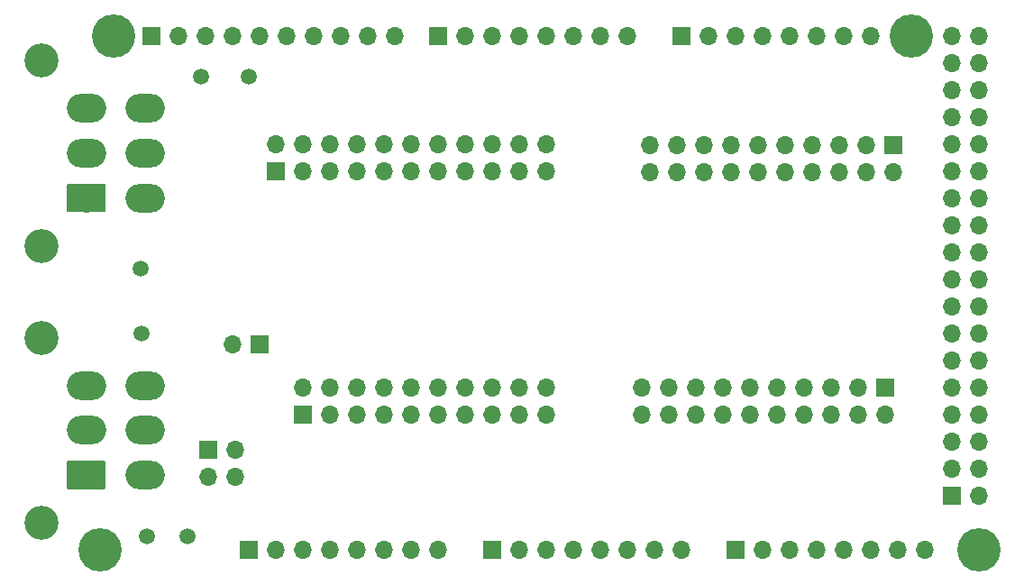
<source format=gbr>
G04 #@! TF.GenerationSoftware,KiCad,Pcbnew,(5.1.4)-1*
G04 #@! TF.CreationDate,2020-11-08T11:56:58-07:00*
G04 #@! TF.ProjectId,ABSIS_Mega,41425349-535f-44d6-9567-612e6b696361,rev?*
G04 #@! TF.SameCoordinates,Original*
G04 #@! TF.FileFunction,Soldermask,Bot*
G04 #@! TF.FilePolarity,Negative*
%FSLAX46Y46*%
G04 Gerber Fmt 4.6, Leading zero omitted, Abs format (unit mm)*
G04 Created by KiCad (PCBNEW (5.1.4)-1) date 2020-11-08 11:56:58*
%MOMM*%
%LPD*%
G04 APERTURE LIST*
%ADD10C,0.100000*%
%ADD11C,2.700000*%
%ADD12O,3.700000X2.700000*%
%ADD13C,3.200000*%
%ADD14C,4.064000*%
%ADD15R,1.700000X1.700000*%
%ADD16O,1.700000X1.700000*%
%ADD17C,1.500000*%
G04 APERTURE END LIST*
D10*
G36*
X117702503Y-84757204D02*
G01*
X117726772Y-84760804D01*
X117750570Y-84766765D01*
X117773670Y-84775030D01*
X117795849Y-84785520D01*
X117816892Y-84798133D01*
X117836598Y-84812748D01*
X117854776Y-84829224D01*
X117871252Y-84847402D01*
X117885867Y-84867108D01*
X117898480Y-84888151D01*
X117908970Y-84910330D01*
X117917235Y-84933430D01*
X117923196Y-84957228D01*
X117926796Y-84981497D01*
X117928000Y-85006001D01*
X117928000Y-87205999D01*
X117926796Y-87230503D01*
X117923196Y-87254772D01*
X117917235Y-87278570D01*
X117908970Y-87301670D01*
X117898480Y-87323849D01*
X117885867Y-87344892D01*
X117871252Y-87364598D01*
X117854776Y-87382776D01*
X117836598Y-87399252D01*
X117816892Y-87413867D01*
X117795849Y-87426480D01*
X117773670Y-87436970D01*
X117750570Y-87445235D01*
X117726772Y-87451196D01*
X117702503Y-87454796D01*
X117677999Y-87456000D01*
X114478001Y-87456000D01*
X114453497Y-87454796D01*
X114429228Y-87451196D01*
X114405430Y-87445235D01*
X114382330Y-87436970D01*
X114360151Y-87426480D01*
X114339108Y-87413867D01*
X114319402Y-87399252D01*
X114301224Y-87382776D01*
X114284748Y-87364598D01*
X114270133Y-87344892D01*
X114257520Y-87323849D01*
X114247030Y-87301670D01*
X114238765Y-87278570D01*
X114232804Y-87254772D01*
X114229204Y-87230503D01*
X114228000Y-87205999D01*
X114228000Y-85006001D01*
X114229204Y-84981497D01*
X114232804Y-84957228D01*
X114238765Y-84933430D01*
X114247030Y-84910330D01*
X114257520Y-84888151D01*
X114270133Y-84867108D01*
X114284748Y-84847402D01*
X114301224Y-84829224D01*
X114319402Y-84812748D01*
X114339108Y-84798133D01*
X114360151Y-84785520D01*
X114382330Y-84775030D01*
X114405430Y-84766765D01*
X114429228Y-84760804D01*
X114453497Y-84757204D01*
X114478001Y-84756000D01*
X117677999Y-84756000D01*
X117702503Y-84757204D01*
X117702503Y-84757204D01*
G37*
D11*
X116078000Y-86106000D03*
D12*
X116078000Y-81906000D03*
X116078000Y-77706000D03*
X121578000Y-86106000D03*
X121578000Y-81906000D03*
X121578000Y-77706000D03*
D13*
X111878000Y-90606000D03*
X111878000Y-73206000D03*
D14*
X117348000Y-119126000D03*
X199898000Y-119126000D03*
X118618000Y-70866000D03*
X193548000Y-70866000D03*
D15*
X197358000Y-114046000D03*
D16*
X199898000Y-114046000D03*
X197358000Y-111506000D03*
X199898000Y-111506000D03*
X197358000Y-108966000D03*
X199898000Y-108966000D03*
X197358000Y-106426000D03*
X199898000Y-106426000D03*
X197358000Y-103886000D03*
X199898000Y-103886000D03*
X197358000Y-101346000D03*
X199898000Y-101346000D03*
X197358000Y-98806000D03*
X199898000Y-98806000D03*
X197358000Y-96266000D03*
X199898000Y-96266000D03*
X197358000Y-93726000D03*
X199898000Y-93726000D03*
X197358000Y-91186000D03*
X199898000Y-91186000D03*
X197358000Y-88646000D03*
X199898000Y-88646000D03*
X197358000Y-86106000D03*
X199898000Y-86106000D03*
X197358000Y-83566000D03*
X199898000Y-83566000D03*
X197358000Y-81026000D03*
X199898000Y-81026000D03*
X197358000Y-78486000D03*
X199898000Y-78486000D03*
X197358000Y-75946000D03*
X199898000Y-75946000D03*
X197358000Y-73406000D03*
X199898000Y-73406000D03*
X197358000Y-70866000D03*
X199898000Y-70866000D03*
D15*
X131318000Y-119126000D03*
D16*
X133858000Y-119126000D03*
X136398000Y-119126000D03*
X138938000Y-119126000D03*
X141478000Y-119126000D03*
X144018000Y-119126000D03*
X146558000Y-119126000D03*
X149098000Y-119126000D03*
D15*
X154178000Y-119126000D03*
D16*
X156718000Y-119126000D03*
X159258000Y-119126000D03*
X161798000Y-119126000D03*
X164338000Y-119126000D03*
X166878000Y-119126000D03*
X169418000Y-119126000D03*
X171958000Y-119126000D03*
D15*
X177038000Y-119126000D03*
D16*
X179578000Y-119126000D03*
X182118000Y-119126000D03*
X184658000Y-119126000D03*
X187198000Y-119126000D03*
X189738000Y-119126000D03*
X192278000Y-119126000D03*
X194818000Y-119126000D03*
D15*
X122174000Y-70866000D03*
D16*
X124714000Y-70866000D03*
X127254000Y-70866000D03*
X129794000Y-70866000D03*
X132334000Y-70866000D03*
X134874000Y-70866000D03*
X137414000Y-70866000D03*
X139954000Y-70866000D03*
X142494000Y-70866000D03*
X145034000Y-70866000D03*
X166878000Y-70866000D03*
X164338000Y-70866000D03*
X161798000Y-70866000D03*
X159258000Y-70866000D03*
X156718000Y-70866000D03*
X154178000Y-70866000D03*
X151638000Y-70866000D03*
D15*
X149098000Y-70866000D03*
D16*
X189738000Y-70866000D03*
X187198000Y-70866000D03*
X184658000Y-70866000D03*
X182118000Y-70866000D03*
X179578000Y-70866000D03*
X177038000Y-70866000D03*
X174498000Y-70866000D03*
D15*
X171958000Y-70866000D03*
D13*
X111878000Y-99241000D03*
X111878000Y-116641000D03*
D12*
X121578000Y-103741000D03*
X121578000Y-107941000D03*
X121578000Y-112141000D03*
X116078000Y-103741000D03*
X116078000Y-107941000D03*
D10*
G36*
X117702503Y-110792204D02*
G01*
X117726772Y-110795804D01*
X117750570Y-110801765D01*
X117773670Y-110810030D01*
X117795849Y-110820520D01*
X117816892Y-110833133D01*
X117836598Y-110847748D01*
X117854776Y-110864224D01*
X117871252Y-110882402D01*
X117885867Y-110902108D01*
X117898480Y-110923151D01*
X117908970Y-110945330D01*
X117917235Y-110968430D01*
X117923196Y-110992228D01*
X117926796Y-111016497D01*
X117928000Y-111041001D01*
X117928000Y-113240999D01*
X117926796Y-113265503D01*
X117923196Y-113289772D01*
X117917235Y-113313570D01*
X117908970Y-113336670D01*
X117898480Y-113358849D01*
X117885867Y-113379892D01*
X117871252Y-113399598D01*
X117854776Y-113417776D01*
X117836598Y-113434252D01*
X117816892Y-113448867D01*
X117795849Y-113461480D01*
X117773670Y-113471970D01*
X117750570Y-113480235D01*
X117726772Y-113486196D01*
X117702503Y-113489796D01*
X117677999Y-113491000D01*
X114478001Y-113491000D01*
X114453497Y-113489796D01*
X114429228Y-113486196D01*
X114405430Y-113480235D01*
X114382330Y-113471970D01*
X114360151Y-113461480D01*
X114339108Y-113448867D01*
X114319402Y-113434252D01*
X114301224Y-113417776D01*
X114284748Y-113399598D01*
X114270133Y-113379892D01*
X114257520Y-113358849D01*
X114247030Y-113336670D01*
X114238765Y-113313570D01*
X114232804Y-113289772D01*
X114229204Y-113265503D01*
X114228000Y-113240999D01*
X114228000Y-111041001D01*
X114229204Y-111016497D01*
X114232804Y-110992228D01*
X114238765Y-110968430D01*
X114247030Y-110945330D01*
X114257520Y-110923151D01*
X114270133Y-110902108D01*
X114284748Y-110882402D01*
X114301224Y-110864224D01*
X114319402Y-110847748D01*
X114339108Y-110833133D01*
X114360151Y-110820520D01*
X114382330Y-110810030D01*
X114405430Y-110801765D01*
X114429228Y-110795804D01*
X114453497Y-110792204D01*
X114478001Y-110791000D01*
X117677999Y-110791000D01*
X117702503Y-110792204D01*
X117702503Y-110792204D01*
G37*
D11*
X116078000Y-112141000D03*
D15*
X133858000Y-83566000D03*
D16*
X133858000Y-81026000D03*
X136398000Y-83566000D03*
X136398000Y-81026000D03*
X138938000Y-83566000D03*
X138938000Y-81026000D03*
X141478000Y-83566000D03*
X141478000Y-81026000D03*
X144018000Y-83566000D03*
X144018000Y-81026000D03*
X146558000Y-83566000D03*
X146558000Y-81026000D03*
X149098000Y-83566000D03*
X149098000Y-81026000D03*
X151638000Y-83566000D03*
X151638000Y-81026000D03*
X154178000Y-83566000D03*
X154178000Y-81026000D03*
X156718000Y-83566000D03*
X156718000Y-81026000D03*
X159258000Y-83566000D03*
X159258000Y-81026000D03*
D15*
X136398000Y-106426000D03*
D16*
X136398000Y-103886000D03*
X138938000Y-106426000D03*
X138938000Y-103886000D03*
X141478000Y-106426000D03*
X141478000Y-103886000D03*
X144018000Y-106426000D03*
X144018000Y-103886000D03*
X146558000Y-106426000D03*
X146558000Y-103886000D03*
X149098000Y-106426000D03*
X149098000Y-103886000D03*
X151638000Y-106426000D03*
X151638000Y-103886000D03*
X154178000Y-106426000D03*
X154178000Y-103886000D03*
X156718000Y-106426000D03*
X156718000Y-103886000D03*
X159258000Y-106426000D03*
X159258000Y-103886000D03*
D15*
X132334000Y-99822000D03*
D16*
X129794000Y-99822000D03*
D17*
X126873000Y-74676000D03*
X125603000Y-117856000D03*
X121793000Y-117856000D03*
X131318000Y-74676000D03*
X121221500Y-92710000D03*
X121285000Y-98869500D03*
D15*
X191135000Y-103949500D03*
D16*
X191135000Y-106489500D03*
X188595000Y-103949500D03*
X188595000Y-106489500D03*
X186055000Y-103949500D03*
X186055000Y-106489500D03*
X183515000Y-103949500D03*
X183515000Y-106489500D03*
X180975000Y-103949500D03*
X180975000Y-106489500D03*
X178435000Y-103949500D03*
X178435000Y-106489500D03*
X175895000Y-103949500D03*
X175895000Y-106489500D03*
X173355000Y-103949500D03*
X173355000Y-106489500D03*
X170815000Y-103949500D03*
X170815000Y-106489500D03*
X168275000Y-103949500D03*
X168275000Y-106489500D03*
X169037000Y-83693000D03*
X169037000Y-81153000D03*
X171577000Y-83693000D03*
X171577000Y-81153000D03*
X174117000Y-83693000D03*
X174117000Y-81153000D03*
X176657000Y-83693000D03*
X176657000Y-81153000D03*
X179197000Y-83693000D03*
X179197000Y-81153000D03*
X181737000Y-83693000D03*
X181737000Y-81153000D03*
X184277000Y-83693000D03*
X184277000Y-81153000D03*
X186817000Y-83693000D03*
X186817000Y-81153000D03*
X189357000Y-83693000D03*
X189357000Y-81153000D03*
X191897000Y-83693000D03*
D15*
X191897000Y-81153000D03*
X127508000Y-109728000D03*
D16*
X130048000Y-109728000D03*
X127508000Y-112268000D03*
X130048000Y-112268000D03*
M02*

</source>
